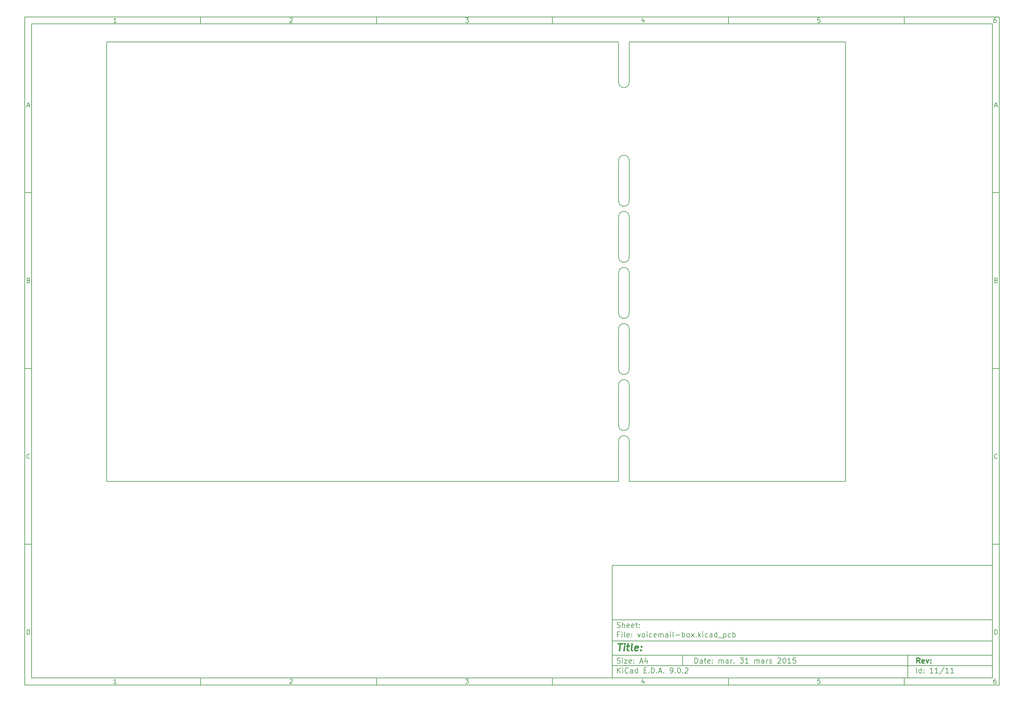
<source format=gm1>
%TF.GenerationSoftware,KiCad,Pcbnew,9.0.2*%
%TF.CreationDate,2025-05-30T11:40:46+02:00*%
%TF.ProjectId,voicemail-box,766f6963-656d-4616-996c-2d626f782e6b,rev?*%
%TF.SameCoordinates,PX5f5e100PY5f5e100*%
%TF.FileFunction,Profile,NP*%
%FSLAX45Y45*%
G04 Gerber Fmt 4.5, Leading zero omitted, Abs format (unit mm)*
G04 Created by KiCad (PCBNEW 9.0.2) date 2025-05-30 11:40:46*
%MOMM*%
%LPD*%
G01*
G04 APERTURE LIST*
%ADD10C,0.100000*%
%ADD11C,0.150000*%
%ADD12C,0.300000*%
%ADD13C,0.400000*%
%TA.AperFunction,Profile*%
%ADD14C,0.150000*%
%TD*%
G04 APERTURE END LIST*
D10*
D11*
X7700220Y-6600720D02*
X18500220Y-6600720D01*
X18500220Y-9800720D01*
X7700220Y-9800720D01*
X7700220Y-6600720D01*
D10*
D11*
X-9000000Y9000000D02*
X18700220Y9000000D01*
X18700220Y-10000720D01*
X-9000000Y-10000720D01*
X-9000000Y9000000D01*
D10*
D11*
X-8800000Y8800000D02*
X18500220Y8800000D01*
X18500220Y-9800720D01*
X-8800000Y-9800720D01*
X-8800000Y8800000D01*
D10*
D11*
X-4000000Y8800000D02*
X-4000000Y9000000D01*
D10*
D11*
X1000000Y8800000D02*
X1000000Y9000000D01*
D10*
D11*
X6000000Y8800000D02*
X6000000Y9000000D01*
D10*
D11*
X11000000Y8800000D02*
X11000000Y9000000D01*
D10*
D11*
X16000000Y8800000D02*
X16000000Y9000000D01*
D10*
D11*
X-6391084Y8840640D02*
X-6465370Y8840640D01*
X-6428227Y8840640D02*
X-6428227Y8970640D01*
X-6428227Y8970640D02*
X-6440608Y8952068D01*
X-6440608Y8952068D02*
X-6452989Y8939687D01*
X-6452989Y8939687D02*
X-6465370Y8933497D01*
D10*
D11*
X-1465370Y8958259D02*
X-1459179Y8964449D01*
X-1459179Y8964449D02*
X-1446798Y8970640D01*
X-1446798Y8970640D02*
X-1415846Y8970640D01*
X-1415846Y8970640D02*
X-1403465Y8964449D01*
X-1403465Y8964449D02*
X-1397275Y8958259D01*
X-1397275Y8958259D02*
X-1391084Y8945878D01*
X-1391084Y8945878D02*
X-1391084Y8933497D01*
X-1391084Y8933497D02*
X-1397275Y8914925D01*
X-1397275Y8914925D02*
X-1471560Y8840640D01*
X-1471560Y8840640D02*
X-1391084Y8840640D01*
D10*
D11*
X3528440Y8970640D02*
X3608916Y8970640D01*
X3608916Y8970640D02*
X3565583Y8921116D01*
X3565583Y8921116D02*
X3584154Y8921116D01*
X3584154Y8921116D02*
X3596535Y8914925D01*
X3596535Y8914925D02*
X3602725Y8908735D01*
X3602725Y8908735D02*
X3608916Y8896354D01*
X3608916Y8896354D02*
X3608916Y8865402D01*
X3608916Y8865402D02*
X3602725Y8853021D01*
X3602725Y8853021D02*
X3596535Y8846830D01*
X3596535Y8846830D02*
X3584154Y8840640D01*
X3584154Y8840640D02*
X3547011Y8840640D01*
X3547011Y8840640D02*
X3534630Y8846830D01*
X3534630Y8846830D02*
X3528440Y8853021D01*
D10*
D11*
X8596535Y8927306D02*
X8596535Y8840640D01*
X8565583Y8976830D02*
X8534630Y8883973D01*
X8534630Y8883973D02*
X8615106Y8883973D01*
D10*
D11*
X13602725Y8970640D02*
X13540821Y8970640D01*
X13540821Y8970640D02*
X13534630Y8908735D01*
X13534630Y8908735D02*
X13540821Y8914925D01*
X13540821Y8914925D02*
X13553202Y8921116D01*
X13553202Y8921116D02*
X13584154Y8921116D01*
X13584154Y8921116D02*
X13596535Y8914925D01*
X13596535Y8914925D02*
X13602725Y8908735D01*
X13602725Y8908735D02*
X13608916Y8896354D01*
X13608916Y8896354D02*
X13608916Y8865402D01*
X13608916Y8865402D02*
X13602725Y8853021D01*
X13602725Y8853021D02*
X13596535Y8846830D01*
X13596535Y8846830D02*
X13584154Y8840640D01*
X13584154Y8840640D02*
X13553202Y8840640D01*
X13553202Y8840640D02*
X13540821Y8846830D01*
X13540821Y8846830D02*
X13534630Y8853021D01*
D10*
D11*
X18596535Y8970640D02*
X18571773Y8970640D01*
X18571773Y8970640D02*
X18559392Y8964449D01*
X18559392Y8964449D02*
X18553202Y8958259D01*
X18553202Y8958259D02*
X18540821Y8939687D01*
X18540821Y8939687D02*
X18534630Y8914925D01*
X18534630Y8914925D02*
X18534630Y8865402D01*
X18534630Y8865402D02*
X18540821Y8853021D01*
X18540821Y8853021D02*
X18547011Y8846830D01*
X18547011Y8846830D02*
X18559392Y8840640D01*
X18559392Y8840640D02*
X18584154Y8840640D01*
X18584154Y8840640D02*
X18596535Y8846830D01*
X18596535Y8846830D02*
X18602726Y8853021D01*
X18602726Y8853021D02*
X18608916Y8865402D01*
X18608916Y8865402D02*
X18608916Y8896354D01*
X18608916Y8896354D02*
X18602726Y8908735D01*
X18602726Y8908735D02*
X18596535Y8914925D01*
X18596535Y8914925D02*
X18584154Y8921116D01*
X18584154Y8921116D02*
X18559392Y8921116D01*
X18559392Y8921116D02*
X18547011Y8914925D01*
X18547011Y8914925D02*
X18540821Y8908735D01*
X18540821Y8908735D02*
X18534630Y8896354D01*
D10*
D11*
X-4000000Y-9800720D02*
X-4000000Y-10000720D01*
D10*
D11*
X1000000Y-9800720D02*
X1000000Y-10000720D01*
D10*
D11*
X6000000Y-9800720D02*
X6000000Y-10000720D01*
D10*
D11*
X11000000Y-9800720D02*
X11000000Y-10000720D01*
D10*
D11*
X16000000Y-9800720D02*
X16000000Y-10000720D01*
D10*
D11*
X-6391084Y-9960080D02*
X-6465370Y-9960080D01*
X-6428227Y-9960080D02*
X-6428227Y-9830080D01*
X-6428227Y-9830080D02*
X-6440608Y-9848652D01*
X-6440608Y-9848652D02*
X-6452989Y-9861033D01*
X-6452989Y-9861033D02*
X-6465370Y-9867223D01*
D10*
D11*
X-1465370Y-9842461D02*
X-1459179Y-9836271D01*
X-1459179Y-9836271D02*
X-1446798Y-9830080D01*
X-1446798Y-9830080D02*
X-1415846Y-9830080D01*
X-1415846Y-9830080D02*
X-1403465Y-9836271D01*
X-1403465Y-9836271D02*
X-1397275Y-9842461D01*
X-1397275Y-9842461D02*
X-1391084Y-9854842D01*
X-1391084Y-9854842D02*
X-1391084Y-9867223D01*
X-1391084Y-9867223D02*
X-1397275Y-9885795D01*
X-1397275Y-9885795D02*
X-1471560Y-9960080D01*
X-1471560Y-9960080D02*
X-1391084Y-9960080D01*
D10*
D11*
X3528440Y-9830080D02*
X3608916Y-9830080D01*
X3608916Y-9830080D02*
X3565583Y-9879604D01*
X3565583Y-9879604D02*
X3584154Y-9879604D01*
X3584154Y-9879604D02*
X3596535Y-9885795D01*
X3596535Y-9885795D02*
X3602725Y-9891985D01*
X3602725Y-9891985D02*
X3608916Y-9904366D01*
X3608916Y-9904366D02*
X3608916Y-9935319D01*
X3608916Y-9935319D02*
X3602725Y-9947700D01*
X3602725Y-9947700D02*
X3596535Y-9953890D01*
X3596535Y-9953890D02*
X3584154Y-9960080D01*
X3584154Y-9960080D02*
X3547011Y-9960080D01*
X3547011Y-9960080D02*
X3534630Y-9953890D01*
X3534630Y-9953890D02*
X3528440Y-9947700D01*
D10*
D11*
X8596535Y-9873414D02*
X8596535Y-9960080D01*
X8565583Y-9823890D02*
X8534630Y-9916747D01*
X8534630Y-9916747D02*
X8615106Y-9916747D01*
D10*
D11*
X13602725Y-9830080D02*
X13540821Y-9830080D01*
X13540821Y-9830080D02*
X13534630Y-9891985D01*
X13534630Y-9891985D02*
X13540821Y-9885795D01*
X13540821Y-9885795D02*
X13553202Y-9879604D01*
X13553202Y-9879604D02*
X13584154Y-9879604D01*
X13584154Y-9879604D02*
X13596535Y-9885795D01*
X13596535Y-9885795D02*
X13602725Y-9891985D01*
X13602725Y-9891985D02*
X13608916Y-9904366D01*
X13608916Y-9904366D02*
X13608916Y-9935319D01*
X13608916Y-9935319D02*
X13602725Y-9947700D01*
X13602725Y-9947700D02*
X13596535Y-9953890D01*
X13596535Y-9953890D02*
X13584154Y-9960080D01*
X13584154Y-9960080D02*
X13553202Y-9960080D01*
X13553202Y-9960080D02*
X13540821Y-9953890D01*
X13540821Y-9953890D02*
X13534630Y-9947700D01*
D10*
D11*
X18596535Y-9830080D02*
X18571773Y-9830080D01*
X18571773Y-9830080D02*
X18559392Y-9836271D01*
X18559392Y-9836271D02*
X18553202Y-9842461D01*
X18553202Y-9842461D02*
X18540821Y-9861033D01*
X18540821Y-9861033D02*
X18534630Y-9885795D01*
X18534630Y-9885795D02*
X18534630Y-9935319D01*
X18534630Y-9935319D02*
X18540821Y-9947700D01*
X18540821Y-9947700D02*
X18547011Y-9953890D01*
X18547011Y-9953890D02*
X18559392Y-9960080D01*
X18559392Y-9960080D02*
X18584154Y-9960080D01*
X18584154Y-9960080D02*
X18596535Y-9953890D01*
X18596535Y-9953890D02*
X18602726Y-9947700D01*
X18602726Y-9947700D02*
X18608916Y-9935319D01*
X18608916Y-9935319D02*
X18608916Y-9904366D01*
X18608916Y-9904366D02*
X18602726Y-9891985D01*
X18602726Y-9891985D02*
X18596535Y-9885795D01*
X18596535Y-9885795D02*
X18584154Y-9879604D01*
X18584154Y-9879604D02*
X18559392Y-9879604D01*
X18559392Y-9879604D02*
X18547011Y-9885795D01*
X18547011Y-9885795D02*
X18540821Y-9891985D01*
X18540821Y-9891985D02*
X18534630Y-9904366D01*
D10*
D11*
X-9000000Y4000000D02*
X-8800000Y4000000D01*
D10*
D11*
X-9000000Y-1000000D02*
X-8800000Y-1000000D01*
D10*
D11*
X-9000000Y-6000000D02*
X-8800000Y-6000000D01*
D10*
D11*
X-8930952Y6477782D02*
X-8869048Y6477782D01*
X-8943333Y6440640D02*
X-8900000Y6570640D01*
X-8900000Y6570640D02*
X-8856667Y6440640D01*
D10*
D11*
X-8890714Y1508735D02*
X-8872143Y1502544D01*
X-8872143Y1502544D02*
X-8865952Y1496354D01*
X-8865952Y1496354D02*
X-8859762Y1483973D01*
X-8859762Y1483973D02*
X-8859762Y1465401D01*
X-8859762Y1465401D02*
X-8865952Y1453020D01*
X-8865952Y1453020D02*
X-8872143Y1446830D01*
X-8872143Y1446830D02*
X-8884524Y1440640D01*
X-8884524Y1440640D02*
X-8934048Y1440640D01*
X-8934048Y1440640D02*
X-8934048Y1570640D01*
X-8934048Y1570640D02*
X-8890714Y1570640D01*
X-8890714Y1570640D02*
X-8878333Y1564449D01*
X-8878333Y1564449D02*
X-8872143Y1558259D01*
X-8872143Y1558259D02*
X-8865952Y1545878D01*
X-8865952Y1545878D02*
X-8865952Y1533497D01*
X-8865952Y1533497D02*
X-8872143Y1521116D01*
X-8872143Y1521116D02*
X-8878333Y1514925D01*
X-8878333Y1514925D02*
X-8890714Y1508735D01*
X-8890714Y1508735D02*
X-8934048Y1508735D01*
D10*
D11*
X-8859762Y-3546979D02*
X-8865952Y-3553170D01*
X-8865952Y-3553170D02*
X-8884524Y-3559360D01*
X-8884524Y-3559360D02*
X-8896905Y-3559360D01*
X-8896905Y-3559360D02*
X-8915476Y-3553170D01*
X-8915476Y-3553170D02*
X-8927857Y-3540789D01*
X-8927857Y-3540789D02*
X-8934048Y-3528408D01*
X-8934048Y-3528408D02*
X-8940238Y-3503646D01*
X-8940238Y-3503646D02*
X-8940238Y-3485075D01*
X-8940238Y-3485075D02*
X-8934048Y-3460313D01*
X-8934048Y-3460313D02*
X-8927857Y-3447932D01*
X-8927857Y-3447932D02*
X-8915476Y-3435551D01*
X-8915476Y-3435551D02*
X-8896905Y-3429360D01*
X-8896905Y-3429360D02*
X-8884524Y-3429360D01*
X-8884524Y-3429360D02*
X-8865952Y-3435551D01*
X-8865952Y-3435551D02*
X-8859762Y-3441741D01*
D10*
D11*
X-8934048Y-8559360D02*
X-8934048Y-8429360D01*
X-8934048Y-8429360D02*
X-8903095Y-8429360D01*
X-8903095Y-8429360D02*
X-8884524Y-8435551D01*
X-8884524Y-8435551D02*
X-8872143Y-8447932D01*
X-8872143Y-8447932D02*
X-8865952Y-8460313D01*
X-8865952Y-8460313D02*
X-8859762Y-8485075D01*
X-8859762Y-8485075D02*
X-8859762Y-8503646D01*
X-8859762Y-8503646D02*
X-8865952Y-8528408D01*
X-8865952Y-8528408D02*
X-8872143Y-8540789D01*
X-8872143Y-8540789D02*
X-8884524Y-8553170D01*
X-8884524Y-8553170D02*
X-8903095Y-8559360D01*
X-8903095Y-8559360D02*
X-8934048Y-8559360D01*
D10*
D11*
X18700220Y4000000D02*
X18500220Y4000000D01*
D10*
D11*
X18700220Y-1000000D02*
X18500220Y-1000000D01*
D10*
D11*
X18700220Y-6000000D02*
X18500220Y-6000000D01*
D10*
D11*
X18569268Y6477782D02*
X18631172Y6477782D01*
X18556887Y6440640D02*
X18600220Y6570640D01*
X18600220Y6570640D02*
X18643553Y6440640D01*
D10*
D11*
X18609506Y1508735D02*
X18628077Y1502544D01*
X18628077Y1502544D02*
X18634268Y1496354D01*
X18634268Y1496354D02*
X18640458Y1483973D01*
X18640458Y1483973D02*
X18640458Y1465401D01*
X18640458Y1465401D02*
X18634268Y1453020D01*
X18634268Y1453020D02*
X18628077Y1446830D01*
X18628077Y1446830D02*
X18615696Y1440640D01*
X18615696Y1440640D02*
X18566172Y1440640D01*
X18566172Y1440640D02*
X18566172Y1570640D01*
X18566172Y1570640D02*
X18609506Y1570640D01*
X18609506Y1570640D02*
X18621887Y1564449D01*
X18621887Y1564449D02*
X18628077Y1558259D01*
X18628077Y1558259D02*
X18634268Y1545878D01*
X18634268Y1545878D02*
X18634268Y1533497D01*
X18634268Y1533497D02*
X18628077Y1521116D01*
X18628077Y1521116D02*
X18621887Y1514925D01*
X18621887Y1514925D02*
X18609506Y1508735D01*
X18609506Y1508735D02*
X18566172Y1508735D01*
D10*
D11*
X18640458Y-3546979D02*
X18634268Y-3553170D01*
X18634268Y-3553170D02*
X18615696Y-3559360D01*
X18615696Y-3559360D02*
X18603315Y-3559360D01*
X18603315Y-3559360D02*
X18584744Y-3553170D01*
X18584744Y-3553170D02*
X18572363Y-3540789D01*
X18572363Y-3540789D02*
X18566172Y-3528408D01*
X18566172Y-3528408D02*
X18559982Y-3503646D01*
X18559982Y-3503646D02*
X18559982Y-3485075D01*
X18559982Y-3485075D02*
X18566172Y-3460313D01*
X18566172Y-3460313D02*
X18572363Y-3447932D01*
X18572363Y-3447932D02*
X18584744Y-3435551D01*
X18584744Y-3435551D02*
X18603315Y-3429360D01*
X18603315Y-3429360D02*
X18615696Y-3429360D01*
X18615696Y-3429360D02*
X18634268Y-3435551D01*
X18634268Y-3435551D02*
X18640458Y-3441741D01*
D10*
D11*
X18566172Y-8559360D02*
X18566172Y-8429360D01*
X18566172Y-8429360D02*
X18597125Y-8429360D01*
X18597125Y-8429360D02*
X18615696Y-8435551D01*
X18615696Y-8435551D02*
X18628077Y-8447932D01*
X18628077Y-8447932D02*
X18634268Y-8460313D01*
X18634268Y-8460313D02*
X18640458Y-8485075D01*
X18640458Y-8485075D02*
X18640458Y-8503646D01*
X18640458Y-8503646D02*
X18634268Y-8528408D01*
X18634268Y-8528408D02*
X18628077Y-8540789D01*
X18628077Y-8540789D02*
X18615696Y-8553170D01*
X18615696Y-8553170D02*
X18597125Y-8559360D01*
X18597125Y-8559360D02*
X18566172Y-8559360D01*
D10*
D11*
X10045803Y-9379333D02*
X10045803Y-9229333D01*
X10045803Y-9229333D02*
X10081517Y-9229333D01*
X10081517Y-9229333D02*
X10102946Y-9236476D01*
X10102946Y-9236476D02*
X10117231Y-9250761D01*
X10117231Y-9250761D02*
X10124374Y-9265047D01*
X10124374Y-9265047D02*
X10131517Y-9293619D01*
X10131517Y-9293619D02*
X10131517Y-9315047D01*
X10131517Y-9315047D02*
X10124374Y-9343619D01*
X10124374Y-9343619D02*
X10117231Y-9357904D01*
X10117231Y-9357904D02*
X10102946Y-9372190D01*
X10102946Y-9372190D02*
X10081517Y-9379333D01*
X10081517Y-9379333D02*
X10045803Y-9379333D01*
X10260088Y-9379333D02*
X10260088Y-9300761D01*
X10260088Y-9300761D02*
X10252946Y-9286476D01*
X10252946Y-9286476D02*
X10238660Y-9279333D01*
X10238660Y-9279333D02*
X10210088Y-9279333D01*
X10210088Y-9279333D02*
X10195803Y-9286476D01*
X10260088Y-9372190D02*
X10245803Y-9379333D01*
X10245803Y-9379333D02*
X10210088Y-9379333D01*
X10210088Y-9379333D02*
X10195803Y-9372190D01*
X10195803Y-9372190D02*
X10188660Y-9357904D01*
X10188660Y-9357904D02*
X10188660Y-9343619D01*
X10188660Y-9343619D02*
X10195803Y-9329333D01*
X10195803Y-9329333D02*
X10210088Y-9322190D01*
X10210088Y-9322190D02*
X10245803Y-9322190D01*
X10245803Y-9322190D02*
X10260088Y-9315047D01*
X10310088Y-9279333D02*
X10367231Y-9279333D01*
X10331517Y-9229333D02*
X10331517Y-9357904D01*
X10331517Y-9357904D02*
X10338660Y-9372190D01*
X10338660Y-9372190D02*
X10352946Y-9379333D01*
X10352946Y-9379333D02*
X10367231Y-9379333D01*
X10474374Y-9372190D02*
X10460088Y-9379333D01*
X10460088Y-9379333D02*
X10431517Y-9379333D01*
X10431517Y-9379333D02*
X10417231Y-9372190D01*
X10417231Y-9372190D02*
X10410088Y-9357904D01*
X10410088Y-9357904D02*
X10410088Y-9300761D01*
X10410088Y-9300761D02*
X10417231Y-9286476D01*
X10417231Y-9286476D02*
X10431517Y-9279333D01*
X10431517Y-9279333D02*
X10460088Y-9279333D01*
X10460088Y-9279333D02*
X10474374Y-9286476D01*
X10474374Y-9286476D02*
X10481517Y-9300761D01*
X10481517Y-9300761D02*
X10481517Y-9315047D01*
X10481517Y-9315047D02*
X10410088Y-9329333D01*
X10545803Y-9365047D02*
X10552946Y-9372190D01*
X10552946Y-9372190D02*
X10545803Y-9379333D01*
X10545803Y-9379333D02*
X10538660Y-9372190D01*
X10538660Y-9372190D02*
X10545803Y-9365047D01*
X10545803Y-9365047D02*
X10545803Y-9379333D01*
X10545803Y-9286476D02*
X10552946Y-9293619D01*
X10552946Y-9293619D02*
X10545803Y-9300761D01*
X10545803Y-9300761D02*
X10538660Y-9293619D01*
X10538660Y-9293619D02*
X10545803Y-9286476D01*
X10545803Y-9286476D02*
X10545803Y-9300761D01*
X10731517Y-9379333D02*
X10731517Y-9279333D01*
X10731517Y-9293619D02*
X10738660Y-9286476D01*
X10738660Y-9286476D02*
X10752946Y-9279333D01*
X10752946Y-9279333D02*
X10774374Y-9279333D01*
X10774374Y-9279333D02*
X10788660Y-9286476D01*
X10788660Y-9286476D02*
X10795803Y-9300761D01*
X10795803Y-9300761D02*
X10795803Y-9379333D01*
X10795803Y-9300761D02*
X10802946Y-9286476D01*
X10802946Y-9286476D02*
X10817231Y-9279333D01*
X10817231Y-9279333D02*
X10838660Y-9279333D01*
X10838660Y-9279333D02*
X10852946Y-9286476D01*
X10852946Y-9286476D02*
X10860088Y-9300761D01*
X10860088Y-9300761D02*
X10860088Y-9379333D01*
X10995803Y-9379333D02*
X10995803Y-9300761D01*
X10995803Y-9300761D02*
X10988660Y-9286476D01*
X10988660Y-9286476D02*
X10974374Y-9279333D01*
X10974374Y-9279333D02*
X10945803Y-9279333D01*
X10945803Y-9279333D02*
X10931517Y-9286476D01*
X10995803Y-9372190D02*
X10981517Y-9379333D01*
X10981517Y-9379333D02*
X10945803Y-9379333D01*
X10945803Y-9379333D02*
X10931517Y-9372190D01*
X10931517Y-9372190D02*
X10924374Y-9357904D01*
X10924374Y-9357904D02*
X10924374Y-9343619D01*
X10924374Y-9343619D02*
X10931517Y-9329333D01*
X10931517Y-9329333D02*
X10945803Y-9322190D01*
X10945803Y-9322190D02*
X10981517Y-9322190D01*
X10981517Y-9322190D02*
X10995803Y-9315047D01*
X11067231Y-9379333D02*
X11067231Y-9279333D01*
X11067231Y-9307904D02*
X11074374Y-9293619D01*
X11074374Y-9293619D02*
X11081517Y-9286476D01*
X11081517Y-9286476D02*
X11095803Y-9279333D01*
X11095803Y-9279333D02*
X11110088Y-9279333D01*
X11160088Y-9365047D02*
X11167231Y-9372190D01*
X11167231Y-9372190D02*
X11160088Y-9379333D01*
X11160088Y-9379333D02*
X11152946Y-9372190D01*
X11152946Y-9372190D02*
X11160088Y-9365047D01*
X11160088Y-9365047D02*
X11160088Y-9379333D01*
X11331517Y-9229333D02*
X11424374Y-9229333D01*
X11424374Y-9229333D02*
X11374374Y-9286476D01*
X11374374Y-9286476D02*
X11395803Y-9286476D01*
X11395803Y-9286476D02*
X11410088Y-9293619D01*
X11410088Y-9293619D02*
X11417231Y-9300761D01*
X11417231Y-9300761D02*
X11424374Y-9315047D01*
X11424374Y-9315047D02*
X11424374Y-9350761D01*
X11424374Y-9350761D02*
X11417231Y-9365047D01*
X11417231Y-9365047D02*
X11410088Y-9372190D01*
X11410088Y-9372190D02*
X11395803Y-9379333D01*
X11395803Y-9379333D02*
X11352945Y-9379333D01*
X11352945Y-9379333D02*
X11338660Y-9372190D01*
X11338660Y-9372190D02*
X11331517Y-9365047D01*
X11567231Y-9379333D02*
X11481517Y-9379333D01*
X11524374Y-9379333D02*
X11524374Y-9229333D01*
X11524374Y-9229333D02*
X11510088Y-9250761D01*
X11510088Y-9250761D02*
X11495803Y-9265047D01*
X11495803Y-9265047D02*
X11481517Y-9272190D01*
X11745802Y-9379333D02*
X11745802Y-9279333D01*
X11745802Y-9293619D02*
X11752945Y-9286476D01*
X11752945Y-9286476D02*
X11767231Y-9279333D01*
X11767231Y-9279333D02*
X11788660Y-9279333D01*
X11788660Y-9279333D02*
X11802945Y-9286476D01*
X11802945Y-9286476D02*
X11810088Y-9300761D01*
X11810088Y-9300761D02*
X11810088Y-9379333D01*
X11810088Y-9300761D02*
X11817231Y-9286476D01*
X11817231Y-9286476D02*
X11831517Y-9279333D01*
X11831517Y-9279333D02*
X11852945Y-9279333D01*
X11852945Y-9279333D02*
X11867231Y-9286476D01*
X11867231Y-9286476D02*
X11874374Y-9300761D01*
X11874374Y-9300761D02*
X11874374Y-9379333D01*
X12010088Y-9379333D02*
X12010088Y-9300761D01*
X12010088Y-9300761D02*
X12002945Y-9286476D01*
X12002945Y-9286476D02*
X11988660Y-9279333D01*
X11988660Y-9279333D02*
X11960088Y-9279333D01*
X11960088Y-9279333D02*
X11945802Y-9286476D01*
X12010088Y-9372190D02*
X11995802Y-9379333D01*
X11995802Y-9379333D02*
X11960088Y-9379333D01*
X11960088Y-9379333D02*
X11945802Y-9372190D01*
X11945802Y-9372190D02*
X11938660Y-9357904D01*
X11938660Y-9357904D02*
X11938660Y-9343619D01*
X11938660Y-9343619D02*
X11945802Y-9329333D01*
X11945802Y-9329333D02*
X11960088Y-9322190D01*
X11960088Y-9322190D02*
X11995802Y-9322190D01*
X11995802Y-9322190D02*
X12010088Y-9315047D01*
X12081517Y-9379333D02*
X12081517Y-9279333D01*
X12081517Y-9307904D02*
X12088660Y-9293619D01*
X12088660Y-9293619D02*
X12095803Y-9286476D01*
X12095803Y-9286476D02*
X12110088Y-9279333D01*
X12110088Y-9279333D02*
X12124374Y-9279333D01*
X12167231Y-9372190D02*
X12181517Y-9379333D01*
X12181517Y-9379333D02*
X12210088Y-9379333D01*
X12210088Y-9379333D02*
X12224374Y-9372190D01*
X12224374Y-9372190D02*
X12231517Y-9357904D01*
X12231517Y-9357904D02*
X12231517Y-9350761D01*
X12231517Y-9350761D02*
X12224374Y-9336476D01*
X12224374Y-9336476D02*
X12210088Y-9329333D01*
X12210088Y-9329333D02*
X12188660Y-9329333D01*
X12188660Y-9329333D02*
X12174374Y-9322190D01*
X12174374Y-9322190D02*
X12167231Y-9307904D01*
X12167231Y-9307904D02*
X12167231Y-9300761D01*
X12167231Y-9300761D02*
X12174374Y-9286476D01*
X12174374Y-9286476D02*
X12188660Y-9279333D01*
X12188660Y-9279333D02*
X12210088Y-9279333D01*
X12210088Y-9279333D02*
X12224374Y-9286476D01*
X12402945Y-9243619D02*
X12410088Y-9236476D01*
X12410088Y-9236476D02*
X12424374Y-9229333D01*
X12424374Y-9229333D02*
X12460088Y-9229333D01*
X12460088Y-9229333D02*
X12474374Y-9236476D01*
X12474374Y-9236476D02*
X12481517Y-9243619D01*
X12481517Y-9243619D02*
X12488660Y-9257904D01*
X12488660Y-9257904D02*
X12488660Y-9272190D01*
X12488660Y-9272190D02*
X12481517Y-9293619D01*
X12481517Y-9293619D02*
X12395802Y-9379333D01*
X12395802Y-9379333D02*
X12488660Y-9379333D01*
X12581517Y-9229333D02*
X12595802Y-9229333D01*
X12595802Y-9229333D02*
X12610088Y-9236476D01*
X12610088Y-9236476D02*
X12617231Y-9243619D01*
X12617231Y-9243619D02*
X12624374Y-9257904D01*
X12624374Y-9257904D02*
X12631517Y-9286476D01*
X12631517Y-9286476D02*
X12631517Y-9322190D01*
X12631517Y-9322190D02*
X12624374Y-9350761D01*
X12624374Y-9350761D02*
X12617231Y-9365047D01*
X12617231Y-9365047D02*
X12610088Y-9372190D01*
X12610088Y-9372190D02*
X12595802Y-9379333D01*
X12595802Y-9379333D02*
X12581517Y-9379333D01*
X12581517Y-9379333D02*
X12567231Y-9372190D01*
X12567231Y-9372190D02*
X12560088Y-9365047D01*
X12560088Y-9365047D02*
X12552945Y-9350761D01*
X12552945Y-9350761D02*
X12545802Y-9322190D01*
X12545802Y-9322190D02*
X12545802Y-9286476D01*
X12545802Y-9286476D02*
X12552945Y-9257904D01*
X12552945Y-9257904D02*
X12560088Y-9243619D01*
X12560088Y-9243619D02*
X12567231Y-9236476D01*
X12567231Y-9236476D02*
X12581517Y-9229333D01*
X12774374Y-9379333D02*
X12688660Y-9379333D01*
X12731517Y-9379333D02*
X12731517Y-9229333D01*
X12731517Y-9229333D02*
X12717231Y-9250761D01*
X12717231Y-9250761D02*
X12702945Y-9265047D01*
X12702945Y-9265047D02*
X12688660Y-9272190D01*
X12910088Y-9229333D02*
X12838659Y-9229333D01*
X12838659Y-9229333D02*
X12831517Y-9300761D01*
X12831517Y-9300761D02*
X12838659Y-9293619D01*
X12838659Y-9293619D02*
X12852945Y-9286476D01*
X12852945Y-9286476D02*
X12888659Y-9286476D01*
X12888659Y-9286476D02*
X12902945Y-9293619D01*
X12902945Y-9293619D02*
X12910088Y-9300761D01*
X12910088Y-9300761D02*
X12917231Y-9315047D01*
X12917231Y-9315047D02*
X12917231Y-9350761D01*
X12917231Y-9350761D02*
X12910088Y-9365047D01*
X12910088Y-9365047D02*
X12902945Y-9372190D01*
X12902945Y-9372190D02*
X12888659Y-9379333D01*
X12888659Y-9379333D02*
X12852945Y-9379333D01*
X12852945Y-9379333D02*
X12838659Y-9372190D01*
X12838659Y-9372190D02*
X12831517Y-9365047D01*
D10*
D11*
X7700220Y-9450720D02*
X18500220Y-9450720D01*
D10*
D11*
X7845803Y-9659333D02*
X7845803Y-9509333D01*
X7931517Y-9659333D02*
X7867231Y-9573619D01*
X7931517Y-9509333D02*
X7845803Y-9595047D01*
X7995803Y-9659333D02*
X7995803Y-9559333D01*
X7995803Y-9509333D02*
X7988660Y-9516476D01*
X7988660Y-9516476D02*
X7995803Y-9523619D01*
X7995803Y-9523619D02*
X8002945Y-9516476D01*
X8002945Y-9516476D02*
X7995803Y-9509333D01*
X7995803Y-9509333D02*
X7995803Y-9523619D01*
X8152945Y-9645047D02*
X8145803Y-9652190D01*
X8145803Y-9652190D02*
X8124374Y-9659333D01*
X8124374Y-9659333D02*
X8110088Y-9659333D01*
X8110088Y-9659333D02*
X8088660Y-9652190D01*
X8088660Y-9652190D02*
X8074374Y-9637904D01*
X8074374Y-9637904D02*
X8067231Y-9623619D01*
X8067231Y-9623619D02*
X8060088Y-9595047D01*
X8060088Y-9595047D02*
X8060088Y-9573619D01*
X8060088Y-9573619D02*
X8067231Y-9545047D01*
X8067231Y-9545047D02*
X8074374Y-9530761D01*
X8074374Y-9530761D02*
X8088660Y-9516476D01*
X8088660Y-9516476D02*
X8110088Y-9509333D01*
X8110088Y-9509333D02*
X8124374Y-9509333D01*
X8124374Y-9509333D02*
X8145803Y-9516476D01*
X8145803Y-9516476D02*
X8152945Y-9523619D01*
X8281517Y-9659333D02*
X8281517Y-9580761D01*
X8281517Y-9580761D02*
X8274374Y-9566476D01*
X8274374Y-9566476D02*
X8260088Y-9559333D01*
X8260088Y-9559333D02*
X8231517Y-9559333D01*
X8231517Y-9559333D02*
X8217231Y-9566476D01*
X8281517Y-9652190D02*
X8267231Y-9659333D01*
X8267231Y-9659333D02*
X8231517Y-9659333D01*
X8231517Y-9659333D02*
X8217231Y-9652190D01*
X8217231Y-9652190D02*
X8210088Y-9637904D01*
X8210088Y-9637904D02*
X8210088Y-9623619D01*
X8210088Y-9623619D02*
X8217231Y-9609333D01*
X8217231Y-9609333D02*
X8231517Y-9602190D01*
X8231517Y-9602190D02*
X8267231Y-9602190D01*
X8267231Y-9602190D02*
X8281517Y-9595047D01*
X8417231Y-9659333D02*
X8417231Y-9509333D01*
X8417231Y-9652190D02*
X8402946Y-9659333D01*
X8402946Y-9659333D02*
X8374374Y-9659333D01*
X8374374Y-9659333D02*
X8360088Y-9652190D01*
X8360088Y-9652190D02*
X8352945Y-9645047D01*
X8352945Y-9645047D02*
X8345803Y-9630761D01*
X8345803Y-9630761D02*
X8345803Y-9587904D01*
X8345803Y-9587904D02*
X8352945Y-9573619D01*
X8352945Y-9573619D02*
X8360088Y-9566476D01*
X8360088Y-9566476D02*
X8374374Y-9559333D01*
X8374374Y-9559333D02*
X8402946Y-9559333D01*
X8402946Y-9559333D02*
X8417231Y-9566476D01*
X8602946Y-9580761D02*
X8652946Y-9580761D01*
X8674374Y-9659333D02*
X8602946Y-9659333D01*
X8602946Y-9659333D02*
X8602946Y-9509333D01*
X8602946Y-9509333D02*
X8674374Y-9509333D01*
X8738660Y-9645047D02*
X8745803Y-9652190D01*
X8745803Y-9652190D02*
X8738660Y-9659333D01*
X8738660Y-9659333D02*
X8731517Y-9652190D01*
X8731517Y-9652190D02*
X8738660Y-9645047D01*
X8738660Y-9645047D02*
X8738660Y-9659333D01*
X8810088Y-9659333D02*
X8810088Y-9509333D01*
X8810088Y-9509333D02*
X8845803Y-9509333D01*
X8845803Y-9509333D02*
X8867231Y-9516476D01*
X8867231Y-9516476D02*
X8881517Y-9530761D01*
X8881517Y-9530761D02*
X8888660Y-9545047D01*
X8888660Y-9545047D02*
X8895803Y-9573619D01*
X8895803Y-9573619D02*
X8895803Y-9595047D01*
X8895803Y-9595047D02*
X8888660Y-9623619D01*
X8888660Y-9623619D02*
X8881517Y-9637904D01*
X8881517Y-9637904D02*
X8867231Y-9652190D01*
X8867231Y-9652190D02*
X8845803Y-9659333D01*
X8845803Y-9659333D02*
X8810088Y-9659333D01*
X8960088Y-9645047D02*
X8967231Y-9652190D01*
X8967231Y-9652190D02*
X8960088Y-9659333D01*
X8960088Y-9659333D02*
X8952946Y-9652190D01*
X8952946Y-9652190D02*
X8960088Y-9645047D01*
X8960088Y-9645047D02*
X8960088Y-9659333D01*
X9024374Y-9616476D02*
X9095803Y-9616476D01*
X9010089Y-9659333D02*
X9060089Y-9509333D01*
X9060089Y-9509333D02*
X9110089Y-9659333D01*
X9160088Y-9645047D02*
X9167231Y-9652190D01*
X9167231Y-9652190D02*
X9160088Y-9659333D01*
X9160088Y-9659333D02*
X9152946Y-9652190D01*
X9152946Y-9652190D02*
X9160088Y-9645047D01*
X9160088Y-9645047D02*
X9160088Y-9659333D01*
X9352946Y-9659333D02*
X9381517Y-9659333D01*
X9381517Y-9659333D02*
X9395803Y-9652190D01*
X9395803Y-9652190D02*
X9402946Y-9645047D01*
X9402946Y-9645047D02*
X9417231Y-9623619D01*
X9417231Y-9623619D02*
X9424374Y-9595047D01*
X9424374Y-9595047D02*
X9424374Y-9537904D01*
X9424374Y-9537904D02*
X9417231Y-9523619D01*
X9417231Y-9523619D02*
X9410089Y-9516476D01*
X9410089Y-9516476D02*
X9395803Y-9509333D01*
X9395803Y-9509333D02*
X9367231Y-9509333D01*
X9367231Y-9509333D02*
X9352946Y-9516476D01*
X9352946Y-9516476D02*
X9345803Y-9523619D01*
X9345803Y-9523619D02*
X9338660Y-9537904D01*
X9338660Y-9537904D02*
X9338660Y-9573619D01*
X9338660Y-9573619D02*
X9345803Y-9587904D01*
X9345803Y-9587904D02*
X9352946Y-9595047D01*
X9352946Y-9595047D02*
X9367231Y-9602190D01*
X9367231Y-9602190D02*
X9395803Y-9602190D01*
X9395803Y-9602190D02*
X9410089Y-9595047D01*
X9410089Y-9595047D02*
X9417231Y-9587904D01*
X9417231Y-9587904D02*
X9424374Y-9573619D01*
X9488660Y-9645047D02*
X9495803Y-9652190D01*
X9495803Y-9652190D02*
X9488660Y-9659333D01*
X9488660Y-9659333D02*
X9481517Y-9652190D01*
X9481517Y-9652190D02*
X9488660Y-9645047D01*
X9488660Y-9645047D02*
X9488660Y-9659333D01*
X9588660Y-9509333D02*
X9602946Y-9509333D01*
X9602946Y-9509333D02*
X9617231Y-9516476D01*
X9617231Y-9516476D02*
X9624374Y-9523619D01*
X9624374Y-9523619D02*
X9631517Y-9537904D01*
X9631517Y-9537904D02*
X9638660Y-9566476D01*
X9638660Y-9566476D02*
X9638660Y-9602190D01*
X9638660Y-9602190D02*
X9631517Y-9630761D01*
X9631517Y-9630761D02*
X9624374Y-9645047D01*
X9624374Y-9645047D02*
X9617231Y-9652190D01*
X9617231Y-9652190D02*
X9602946Y-9659333D01*
X9602946Y-9659333D02*
X9588660Y-9659333D01*
X9588660Y-9659333D02*
X9574374Y-9652190D01*
X9574374Y-9652190D02*
X9567231Y-9645047D01*
X9567231Y-9645047D02*
X9560088Y-9630761D01*
X9560088Y-9630761D02*
X9552946Y-9602190D01*
X9552946Y-9602190D02*
X9552946Y-9566476D01*
X9552946Y-9566476D02*
X9560088Y-9537904D01*
X9560088Y-9537904D02*
X9567231Y-9523619D01*
X9567231Y-9523619D02*
X9574374Y-9516476D01*
X9574374Y-9516476D02*
X9588660Y-9509333D01*
X9702946Y-9645047D02*
X9710088Y-9652190D01*
X9710088Y-9652190D02*
X9702946Y-9659333D01*
X9702946Y-9659333D02*
X9695803Y-9652190D01*
X9695803Y-9652190D02*
X9702946Y-9645047D01*
X9702946Y-9645047D02*
X9702946Y-9659333D01*
X9767231Y-9523619D02*
X9774374Y-9516476D01*
X9774374Y-9516476D02*
X9788660Y-9509333D01*
X9788660Y-9509333D02*
X9824374Y-9509333D01*
X9824374Y-9509333D02*
X9838660Y-9516476D01*
X9838660Y-9516476D02*
X9845803Y-9523619D01*
X9845803Y-9523619D02*
X9852946Y-9537904D01*
X9852946Y-9537904D02*
X9852946Y-9552190D01*
X9852946Y-9552190D02*
X9845803Y-9573619D01*
X9845803Y-9573619D02*
X9760088Y-9659333D01*
X9760088Y-9659333D02*
X9852946Y-9659333D01*
D10*
D11*
X7700220Y-9150720D02*
X18500220Y-9150720D01*
D10*
D12*
X16441385Y-9378553D02*
X16391385Y-9307124D01*
X16355671Y-9378553D02*
X16355671Y-9228553D01*
X16355671Y-9228553D02*
X16412814Y-9228553D01*
X16412814Y-9228553D02*
X16427100Y-9235696D01*
X16427100Y-9235696D02*
X16434242Y-9242839D01*
X16434242Y-9242839D02*
X16441385Y-9257124D01*
X16441385Y-9257124D02*
X16441385Y-9278553D01*
X16441385Y-9278553D02*
X16434242Y-9292839D01*
X16434242Y-9292839D02*
X16427100Y-9299981D01*
X16427100Y-9299981D02*
X16412814Y-9307124D01*
X16412814Y-9307124D02*
X16355671Y-9307124D01*
X16562814Y-9371410D02*
X16548528Y-9378553D01*
X16548528Y-9378553D02*
X16519957Y-9378553D01*
X16519957Y-9378553D02*
X16505671Y-9371410D01*
X16505671Y-9371410D02*
X16498528Y-9357124D01*
X16498528Y-9357124D02*
X16498528Y-9299981D01*
X16498528Y-9299981D02*
X16505671Y-9285696D01*
X16505671Y-9285696D02*
X16519957Y-9278553D01*
X16519957Y-9278553D02*
X16548528Y-9278553D01*
X16548528Y-9278553D02*
X16562814Y-9285696D01*
X16562814Y-9285696D02*
X16569957Y-9299981D01*
X16569957Y-9299981D02*
X16569957Y-9314267D01*
X16569957Y-9314267D02*
X16498528Y-9328553D01*
X16619957Y-9278553D02*
X16655671Y-9378553D01*
X16655671Y-9378553D02*
X16691385Y-9278553D01*
X16748528Y-9364267D02*
X16755671Y-9371410D01*
X16755671Y-9371410D02*
X16748528Y-9378553D01*
X16748528Y-9378553D02*
X16741385Y-9371410D01*
X16741385Y-9371410D02*
X16748528Y-9364267D01*
X16748528Y-9364267D02*
X16748528Y-9378553D01*
X16748528Y-9285696D02*
X16755671Y-9292839D01*
X16755671Y-9292839D02*
X16748528Y-9299981D01*
X16748528Y-9299981D02*
X16741385Y-9292839D01*
X16741385Y-9292839D02*
X16748528Y-9285696D01*
X16748528Y-9285696D02*
X16748528Y-9299981D01*
D10*
D11*
X7838660Y-9372190D02*
X7860088Y-9379333D01*
X7860088Y-9379333D02*
X7895803Y-9379333D01*
X7895803Y-9379333D02*
X7910088Y-9372190D01*
X7910088Y-9372190D02*
X7917231Y-9365047D01*
X7917231Y-9365047D02*
X7924374Y-9350761D01*
X7924374Y-9350761D02*
X7924374Y-9336476D01*
X7924374Y-9336476D02*
X7917231Y-9322190D01*
X7917231Y-9322190D02*
X7910088Y-9315047D01*
X7910088Y-9315047D02*
X7895803Y-9307904D01*
X7895803Y-9307904D02*
X7867231Y-9300761D01*
X7867231Y-9300761D02*
X7852945Y-9293619D01*
X7852945Y-9293619D02*
X7845803Y-9286476D01*
X7845803Y-9286476D02*
X7838660Y-9272190D01*
X7838660Y-9272190D02*
X7838660Y-9257904D01*
X7838660Y-9257904D02*
X7845803Y-9243619D01*
X7845803Y-9243619D02*
X7852945Y-9236476D01*
X7852945Y-9236476D02*
X7867231Y-9229333D01*
X7867231Y-9229333D02*
X7902945Y-9229333D01*
X7902945Y-9229333D02*
X7924374Y-9236476D01*
X7988660Y-9379333D02*
X7988660Y-9279333D01*
X7988660Y-9229333D02*
X7981517Y-9236476D01*
X7981517Y-9236476D02*
X7988660Y-9243619D01*
X7988660Y-9243619D02*
X7995803Y-9236476D01*
X7995803Y-9236476D02*
X7988660Y-9229333D01*
X7988660Y-9229333D02*
X7988660Y-9243619D01*
X8045803Y-9279333D02*
X8124374Y-9279333D01*
X8124374Y-9279333D02*
X8045803Y-9379333D01*
X8045803Y-9379333D02*
X8124374Y-9379333D01*
X8238660Y-9372190D02*
X8224374Y-9379333D01*
X8224374Y-9379333D02*
X8195803Y-9379333D01*
X8195803Y-9379333D02*
X8181517Y-9372190D01*
X8181517Y-9372190D02*
X8174374Y-9357904D01*
X8174374Y-9357904D02*
X8174374Y-9300761D01*
X8174374Y-9300761D02*
X8181517Y-9286476D01*
X8181517Y-9286476D02*
X8195803Y-9279333D01*
X8195803Y-9279333D02*
X8224374Y-9279333D01*
X8224374Y-9279333D02*
X8238660Y-9286476D01*
X8238660Y-9286476D02*
X8245803Y-9300761D01*
X8245803Y-9300761D02*
X8245803Y-9315047D01*
X8245803Y-9315047D02*
X8174374Y-9329333D01*
X8310088Y-9365047D02*
X8317231Y-9372190D01*
X8317231Y-9372190D02*
X8310088Y-9379333D01*
X8310088Y-9379333D02*
X8302945Y-9372190D01*
X8302945Y-9372190D02*
X8310088Y-9365047D01*
X8310088Y-9365047D02*
X8310088Y-9379333D01*
X8310088Y-9286476D02*
X8317231Y-9293619D01*
X8317231Y-9293619D02*
X8310088Y-9300761D01*
X8310088Y-9300761D02*
X8302945Y-9293619D01*
X8302945Y-9293619D02*
X8310088Y-9286476D01*
X8310088Y-9286476D02*
X8310088Y-9300761D01*
X8488660Y-9336476D02*
X8560088Y-9336476D01*
X8474374Y-9379333D02*
X8524374Y-9229333D01*
X8524374Y-9229333D02*
X8574374Y-9379333D01*
X8688660Y-9279333D02*
X8688660Y-9379333D01*
X8652946Y-9222190D02*
X8617231Y-9329333D01*
X8617231Y-9329333D02*
X8710088Y-9329333D01*
D10*
D11*
X16345803Y-9659333D02*
X16345803Y-9509333D01*
X16481517Y-9659333D02*
X16481517Y-9509333D01*
X16481517Y-9652190D02*
X16467231Y-9659333D01*
X16467231Y-9659333D02*
X16438660Y-9659333D01*
X16438660Y-9659333D02*
X16424374Y-9652190D01*
X16424374Y-9652190D02*
X16417231Y-9645047D01*
X16417231Y-9645047D02*
X16410088Y-9630761D01*
X16410088Y-9630761D02*
X16410088Y-9587904D01*
X16410088Y-9587904D02*
X16417231Y-9573619D01*
X16417231Y-9573619D02*
X16424374Y-9566476D01*
X16424374Y-9566476D02*
X16438660Y-9559333D01*
X16438660Y-9559333D02*
X16467231Y-9559333D01*
X16467231Y-9559333D02*
X16481517Y-9566476D01*
X16552945Y-9645047D02*
X16560088Y-9652190D01*
X16560088Y-9652190D02*
X16552945Y-9659333D01*
X16552945Y-9659333D02*
X16545803Y-9652190D01*
X16545803Y-9652190D02*
X16552945Y-9645047D01*
X16552945Y-9645047D02*
X16552945Y-9659333D01*
X16552945Y-9566476D02*
X16560088Y-9573619D01*
X16560088Y-9573619D02*
X16552945Y-9580761D01*
X16552945Y-9580761D02*
X16545803Y-9573619D01*
X16545803Y-9573619D02*
X16552945Y-9566476D01*
X16552945Y-9566476D02*
X16552945Y-9580761D01*
X16817231Y-9659333D02*
X16731517Y-9659333D01*
X16774374Y-9659333D02*
X16774374Y-9509333D01*
X16774374Y-9509333D02*
X16760088Y-9530761D01*
X16760088Y-9530761D02*
X16745803Y-9545047D01*
X16745803Y-9545047D02*
X16731517Y-9552190D01*
X16960088Y-9659333D02*
X16874374Y-9659333D01*
X16917231Y-9659333D02*
X16917231Y-9509333D01*
X16917231Y-9509333D02*
X16902946Y-9530761D01*
X16902946Y-9530761D02*
X16888660Y-9545047D01*
X16888660Y-9545047D02*
X16874374Y-9552190D01*
X17131517Y-9502190D02*
X17002946Y-9695047D01*
X17260088Y-9659333D02*
X17174374Y-9659333D01*
X17217231Y-9659333D02*
X17217231Y-9509333D01*
X17217231Y-9509333D02*
X17202946Y-9530761D01*
X17202946Y-9530761D02*
X17188660Y-9545047D01*
X17188660Y-9545047D02*
X17174374Y-9552190D01*
X17402946Y-9659333D02*
X17317231Y-9659333D01*
X17360088Y-9659333D02*
X17360088Y-9509333D01*
X17360088Y-9509333D02*
X17345803Y-9530761D01*
X17345803Y-9530761D02*
X17331517Y-9545047D01*
X17331517Y-9545047D02*
X17317231Y-9552190D01*
D10*
D11*
X7700220Y-8750720D02*
X18500220Y-8750720D01*
D10*
D13*
X7869393Y-8821164D02*
X7983678Y-8821164D01*
X7901536Y-9021164D02*
X7926536Y-8821164D01*
X8025345Y-9021164D02*
X8042012Y-8887830D01*
X8050345Y-8821164D02*
X8039631Y-8830688D01*
X8039631Y-8830688D02*
X8047964Y-8840211D01*
X8047964Y-8840211D02*
X8058679Y-8830688D01*
X8058679Y-8830688D02*
X8050345Y-8821164D01*
X8050345Y-8821164D02*
X8047964Y-8840211D01*
X8108679Y-8887830D02*
X8184869Y-8887830D01*
X8145583Y-8821164D02*
X8124155Y-8992592D01*
X8124155Y-8992592D02*
X8131298Y-9011640D01*
X8131298Y-9011640D02*
X8149155Y-9021164D01*
X8149155Y-9021164D02*
X8168202Y-9021164D01*
X8263440Y-9021164D02*
X8245583Y-9011640D01*
X8245583Y-9011640D02*
X8238440Y-8992592D01*
X8238440Y-8992592D02*
X8259869Y-8821164D01*
X8417012Y-9011640D02*
X8396774Y-9021164D01*
X8396774Y-9021164D02*
X8358678Y-9021164D01*
X8358678Y-9021164D02*
X8340821Y-9011640D01*
X8340821Y-9011640D02*
X8333678Y-8992592D01*
X8333678Y-8992592D02*
X8343202Y-8916402D01*
X8343202Y-8916402D02*
X8355107Y-8897354D01*
X8355107Y-8897354D02*
X8375345Y-8887830D01*
X8375345Y-8887830D02*
X8413440Y-8887830D01*
X8413440Y-8887830D02*
X8431298Y-8897354D01*
X8431298Y-8897354D02*
X8438440Y-8916402D01*
X8438440Y-8916402D02*
X8436060Y-8935450D01*
X8436060Y-8935450D02*
X8338440Y-8954497D01*
X8513441Y-9002116D02*
X8521774Y-9011640D01*
X8521774Y-9011640D02*
X8511060Y-9021164D01*
X8511060Y-9021164D02*
X8502726Y-9011640D01*
X8502726Y-9011640D02*
X8513441Y-9002116D01*
X8513441Y-9002116D02*
X8511060Y-9021164D01*
X8526536Y-8897354D02*
X8534869Y-8906878D01*
X8534869Y-8906878D02*
X8524155Y-8916402D01*
X8524155Y-8916402D02*
X8515821Y-8906878D01*
X8515821Y-8906878D02*
X8526536Y-8897354D01*
X8526536Y-8897354D02*
X8524155Y-8916402D01*
D10*
D11*
X7895803Y-8560761D02*
X7845803Y-8560761D01*
X7845803Y-8639333D02*
X7845803Y-8489333D01*
X7845803Y-8489333D02*
X7917231Y-8489333D01*
X7974374Y-8639333D02*
X7974374Y-8539333D01*
X7974374Y-8489333D02*
X7967231Y-8496476D01*
X7967231Y-8496476D02*
X7974374Y-8503619D01*
X7974374Y-8503619D02*
X7981517Y-8496476D01*
X7981517Y-8496476D02*
X7974374Y-8489333D01*
X7974374Y-8489333D02*
X7974374Y-8503619D01*
X8067231Y-8639333D02*
X8052945Y-8632190D01*
X8052945Y-8632190D02*
X8045803Y-8617904D01*
X8045803Y-8617904D02*
X8045803Y-8489333D01*
X8181517Y-8632190D02*
X8167231Y-8639333D01*
X8167231Y-8639333D02*
X8138660Y-8639333D01*
X8138660Y-8639333D02*
X8124374Y-8632190D01*
X8124374Y-8632190D02*
X8117231Y-8617904D01*
X8117231Y-8617904D02*
X8117231Y-8560761D01*
X8117231Y-8560761D02*
X8124374Y-8546476D01*
X8124374Y-8546476D02*
X8138660Y-8539333D01*
X8138660Y-8539333D02*
X8167231Y-8539333D01*
X8167231Y-8539333D02*
X8181517Y-8546476D01*
X8181517Y-8546476D02*
X8188660Y-8560761D01*
X8188660Y-8560761D02*
X8188660Y-8575047D01*
X8188660Y-8575047D02*
X8117231Y-8589333D01*
X8252945Y-8625047D02*
X8260088Y-8632190D01*
X8260088Y-8632190D02*
X8252945Y-8639333D01*
X8252945Y-8639333D02*
X8245803Y-8632190D01*
X8245803Y-8632190D02*
X8252945Y-8625047D01*
X8252945Y-8625047D02*
X8252945Y-8639333D01*
X8252945Y-8546476D02*
X8260088Y-8553619D01*
X8260088Y-8553619D02*
X8252945Y-8560761D01*
X8252945Y-8560761D02*
X8245803Y-8553619D01*
X8245803Y-8553619D02*
X8252945Y-8546476D01*
X8252945Y-8546476D02*
X8252945Y-8560761D01*
X8424374Y-8539333D02*
X8460088Y-8639333D01*
X8460088Y-8639333D02*
X8495803Y-8539333D01*
X8574374Y-8639333D02*
X8560088Y-8632190D01*
X8560088Y-8632190D02*
X8552945Y-8625047D01*
X8552945Y-8625047D02*
X8545803Y-8610761D01*
X8545803Y-8610761D02*
X8545803Y-8567904D01*
X8545803Y-8567904D02*
X8552945Y-8553619D01*
X8552945Y-8553619D02*
X8560088Y-8546476D01*
X8560088Y-8546476D02*
X8574374Y-8539333D01*
X8574374Y-8539333D02*
X8595803Y-8539333D01*
X8595803Y-8539333D02*
X8610088Y-8546476D01*
X8610088Y-8546476D02*
X8617231Y-8553619D01*
X8617231Y-8553619D02*
X8624374Y-8567904D01*
X8624374Y-8567904D02*
X8624374Y-8610761D01*
X8624374Y-8610761D02*
X8617231Y-8625047D01*
X8617231Y-8625047D02*
X8610088Y-8632190D01*
X8610088Y-8632190D02*
X8595803Y-8639333D01*
X8595803Y-8639333D02*
X8574374Y-8639333D01*
X8688660Y-8639333D02*
X8688660Y-8539333D01*
X8688660Y-8489333D02*
X8681517Y-8496476D01*
X8681517Y-8496476D02*
X8688660Y-8503619D01*
X8688660Y-8503619D02*
X8695803Y-8496476D01*
X8695803Y-8496476D02*
X8688660Y-8489333D01*
X8688660Y-8489333D02*
X8688660Y-8503619D01*
X8824374Y-8632190D02*
X8810088Y-8639333D01*
X8810088Y-8639333D02*
X8781517Y-8639333D01*
X8781517Y-8639333D02*
X8767231Y-8632190D01*
X8767231Y-8632190D02*
X8760088Y-8625047D01*
X8760088Y-8625047D02*
X8752946Y-8610761D01*
X8752946Y-8610761D02*
X8752946Y-8567904D01*
X8752946Y-8567904D02*
X8760088Y-8553619D01*
X8760088Y-8553619D02*
X8767231Y-8546476D01*
X8767231Y-8546476D02*
X8781517Y-8539333D01*
X8781517Y-8539333D02*
X8810088Y-8539333D01*
X8810088Y-8539333D02*
X8824374Y-8546476D01*
X8945803Y-8632190D02*
X8931517Y-8639333D01*
X8931517Y-8639333D02*
X8902946Y-8639333D01*
X8902946Y-8639333D02*
X8888660Y-8632190D01*
X8888660Y-8632190D02*
X8881517Y-8617904D01*
X8881517Y-8617904D02*
X8881517Y-8560761D01*
X8881517Y-8560761D02*
X8888660Y-8546476D01*
X8888660Y-8546476D02*
X8902946Y-8539333D01*
X8902946Y-8539333D02*
X8931517Y-8539333D01*
X8931517Y-8539333D02*
X8945803Y-8546476D01*
X8945803Y-8546476D02*
X8952946Y-8560761D01*
X8952946Y-8560761D02*
X8952946Y-8575047D01*
X8952946Y-8575047D02*
X8881517Y-8589333D01*
X9017231Y-8639333D02*
X9017231Y-8539333D01*
X9017231Y-8553619D02*
X9024374Y-8546476D01*
X9024374Y-8546476D02*
X9038660Y-8539333D01*
X9038660Y-8539333D02*
X9060088Y-8539333D01*
X9060088Y-8539333D02*
X9074374Y-8546476D01*
X9074374Y-8546476D02*
X9081517Y-8560761D01*
X9081517Y-8560761D02*
X9081517Y-8639333D01*
X9081517Y-8560761D02*
X9088660Y-8546476D01*
X9088660Y-8546476D02*
X9102945Y-8539333D01*
X9102945Y-8539333D02*
X9124374Y-8539333D01*
X9124374Y-8539333D02*
X9138660Y-8546476D01*
X9138660Y-8546476D02*
X9145803Y-8560761D01*
X9145803Y-8560761D02*
X9145803Y-8639333D01*
X9281517Y-8639333D02*
X9281517Y-8560761D01*
X9281517Y-8560761D02*
X9274374Y-8546476D01*
X9274374Y-8546476D02*
X9260088Y-8539333D01*
X9260088Y-8539333D02*
X9231517Y-8539333D01*
X9231517Y-8539333D02*
X9217231Y-8546476D01*
X9281517Y-8632190D02*
X9267231Y-8639333D01*
X9267231Y-8639333D02*
X9231517Y-8639333D01*
X9231517Y-8639333D02*
X9217231Y-8632190D01*
X9217231Y-8632190D02*
X9210088Y-8617904D01*
X9210088Y-8617904D02*
X9210088Y-8603619D01*
X9210088Y-8603619D02*
X9217231Y-8589333D01*
X9217231Y-8589333D02*
X9231517Y-8582190D01*
X9231517Y-8582190D02*
X9267231Y-8582190D01*
X9267231Y-8582190D02*
X9281517Y-8575047D01*
X9352945Y-8639333D02*
X9352945Y-8539333D01*
X9352945Y-8489333D02*
X9345803Y-8496476D01*
X9345803Y-8496476D02*
X9352945Y-8503619D01*
X9352945Y-8503619D02*
X9360088Y-8496476D01*
X9360088Y-8496476D02*
X9352945Y-8489333D01*
X9352945Y-8489333D02*
X9352945Y-8503619D01*
X9445803Y-8639333D02*
X9431517Y-8632190D01*
X9431517Y-8632190D02*
X9424374Y-8617904D01*
X9424374Y-8617904D02*
X9424374Y-8489333D01*
X9502945Y-8582190D02*
X9617231Y-8582190D01*
X9688660Y-8639333D02*
X9688660Y-8489333D01*
X9688660Y-8546476D02*
X9702946Y-8539333D01*
X9702946Y-8539333D02*
X9731517Y-8539333D01*
X9731517Y-8539333D02*
X9745803Y-8546476D01*
X9745803Y-8546476D02*
X9752946Y-8553619D01*
X9752946Y-8553619D02*
X9760088Y-8567904D01*
X9760088Y-8567904D02*
X9760088Y-8610761D01*
X9760088Y-8610761D02*
X9752946Y-8625047D01*
X9752946Y-8625047D02*
X9745803Y-8632190D01*
X9745803Y-8632190D02*
X9731517Y-8639333D01*
X9731517Y-8639333D02*
X9702946Y-8639333D01*
X9702946Y-8639333D02*
X9688660Y-8632190D01*
X9845803Y-8639333D02*
X9831517Y-8632190D01*
X9831517Y-8632190D02*
X9824374Y-8625047D01*
X9824374Y-8625047D02*
X9817231Y-8610761D01*
X9817231Y-8610761D02*
X9817231Y-8567904D01*
X9817231Y-8567904D02*
X9824374Y-8553619D01*
X9824374Y-8553619D02*
X9831517Y-8546476D01*
X9831517Y-8546476D02*
X9845803Y-8539333D01*
X9845803Y-8539333D02*
X9867231Y-8539333D01*
X9867231Y-8539333D02*
X9881517Y-8546476D01*
X9881517Y-8546476D02*
X9888660Y-8553619D01*
X9888660Y-8553619D02*
X9895803Y-8567904D01*
X9895803Y-8567904D02*
X9895803Y-8610761D01*
X9895803Y-8610761D02*
X9888660Y-8625047D01*
X9888660Y-8625047D02*
X9881517Y-8632190D01*
X9881517Y-8632190D02*
X9867231Y-8639333D01*
X9867231Y-8639333D02*
X9845803Y-8639333D01*
X9945803Y-8639333D02*
X10024374Y-8539333D01*
X9945803Y-8539333D02*
X10024374Y-8639333D01*
X10081517Y-8625047D02*
X10088660Y-8632190D01*
X10088660Y-8632190D02*
X10081517Y-8639333D01*
X10081517Y-8639333D02*
X10074374Y-8632190D01*
X10074374Y-8632190D02*
X10081517Y-8625047D01*
X10081517Y-8625047D02*
X10081517Y-8639333D01*
X10152946Y-8639333D02*
X10152946Y-8489333D01*
X10167231Y-8582190D02*
X10210088Y-8639333D01*
X10210088Y-8539333D02*
X10152946Y-8596476D01*
X10274374Y-8639333D02*
X10274374Y-8539333D01*
X10274374Y-8489333D02*
X10267231Y-8496476D01*
X10267231Y-8496476D02*
X10274374Y-8503619D01*
X10274374Y-8503619D02*
X10281517Y-8496476D01*
X10281517Y-8496476D02*
X10274374Y-8489333D01*
X10274374Y-8489333D02*
X10274374Y-8503619D01*
X10410089Y-8632190D02*
X10395803Y-8639333D01*
X10395803Y-8639333D02*
X10367231Y-8639333D01*
X10367231Y-8639333D02*
X10352946Y-8632190D01*
X10352946Y-8632190D02*
X10345803Y-8625047D01*
X10345803Y-8625047D02*
X10338660Y-8610761D01*
X10338660Y-8610761D02*
X10338660Y-8567904D01*
X10338660Y-8567904D02*
X10345803Y-8553619D01*
X10345803Y-8553619D02*
X10352946Y-8546476D01*
X10352946Y-8546476D02*
X10367231Y-8539333D01*
X10367231Y-8539333D02*
X10395803Y-8539333D01*
X10395803Y-8539333D02*
X10410089Y-8546476D01*
X10538660Y-8639333D02*
X10538660Y-8560761D01*
X10538660Y-8560761D02*
X10531517Y-8546476D01*
X10531517Y-8546476D02*
X10517231Y-8539333D01*
X10517231Y-8539333D02*
X10488660Y-8539333D01*
X10488660Y-8539333D02*
X10474374Y-8546476D01*
X10538660Y-8632190D02*
X10524374Y-8639333D01*
X10524374Y-8639333D02*
X10488660Y-8639333D01*
X10488660Y-8639333D02*
X10474374Y-8632190D01*
X10474374Y-8632190D02*
X10467231Y-8617904D01*
X10467231Y-8617904D02*
X10467231Y-8603619D01*
X10467231Y-8603619D02*
X10474374Y-8589333D01*
X10474374Y-8589333D02*
X10488660Y-8582190D01*
X10488660Y-8582190D02*
X10524374Y-8582190D01*
X10524374Y-8582190D02*
X10538660Y-8575047D01*
X10674374Y-8639333D02*
X10674374Y-8489333D01*
X10674374Y-8632190D02*
X10660088Y-8639333D01*
X10660088Y-8639333D02*
X10631517Y-8639333D01*
X10631517Y-8639333D02*
X10617231Y-8632190D01*
X10617231Y-8632190D02*
X10610088Y-8625047D01*
X10610088Y-8625047D02*
X10602946Y-8610761D01*
X10602946Y-8610761D02*
X10602946Y-8567904D01*
X10602946Y-8567904D02*
X10610088Y-8553619D01*
X10610088Y-8553619D02*
X10617231Y-8546476D01*
X10617231Y-8546476D02*
X10631517Y-8539333D01*
X10631517Y-8539333D02*
X10660088Y-8539333D01*
X10660088Y-8539333D02*
X10674374Y-8546476D01*
X10710089Y-8653619D02*
X10824374Y-8653619D01*
X10860088Y-8539333D02*
X10860088Y-8689333D01*
X10860088Y-8546476D02*
X10874374Y-8539333D01*
X10874374Y-8539333D02*
X10902946Y-8539333D01*
X10902946Y-8539333D02*
X10917231Y-8546476D01*
X10917231Y-8546476D02*
X10924374Y-8553619D01*
X10924374Y-8553619D02*
X10931517Y-8567904D01*
X10931517Y-8567904D02*
X10931517Y-8610761D01*
X10931517Y-8610761D02*
X10924374Y-8625047D01*
X10924374Y-8625047D02*
X10917231Y-8632190D01*
X10917231Y-8632190D02*
X10902946Y-8639333D01*
X10902946Y-8639333D02*
X10874374Y-8639333D01*
X10874374Y-8639333D02*
X10860088Y-8632190D01*
X11060089Y-8632190D02*
X11045803Y-8639333D01*
X11045803Y-8639333D02*
X11017231Y-8639333D01*
X11017231Y-8639333D02*
X11002946Y-8632190D01*
X11002946Y-8632190D02*
X10995803Y-8625047D01*
X10995803Y-8625047D02*
X10988660Y-8610761D01*
X10988660Y-8610761D02*
X10988660Y-8567904D01*
X10988660Y-8567904D02*
X10995803Y-8553619D01*
X10995803Y-8553619D02*
X11002946Y-8546476D01*
X11002946Y-8546476D02*
X11017231Y-8539333D01*
X11017231Y-8539333D02*
X11045803Y-8539333D01*
X11045803Y-8539333D02*
X11060089Y-8546476D01*
X11124374Y-8639333D02*
X11124374Y-8489333D01*
X11124374Y-8546476D02*
X11138660Y-8539333D01*
X11138660Y-8539333D02*
X11167231Y-8539333D01*
X11167231Y-8539333D02*
X11181517Y-8546476D01*
X11181517Y-8546476D02*
X11188660Y-8553619D01*
X11188660Y-8553619D02*
X11195803Y-8567904D01*
X11195803Y-8567904D02*
X11195803Y-8610761D01*
X11195803Y-8610761D02*
X11188660Y-8625047D01*
X11188660Y-8625047D02*
X11181517Y-8632190D01*
X11181517Y-8632190D02*
X11167231Y-8639333D01*
X11167231Y-8639333D02*
X11138660Y-8639333D01*
X11138660Y-8639333D02*
X11124374Y-8632190D01*
D10*
D11*
X7700220Y-8150720D02*
X18500220Y-8150720D01*
D10*
D11*
X7838660Y-8362190D02*
X7860088Y-8369333D01*
X7860088Y-8369333D02*
X7895803Y-8369333D01*
X7895803Y-8369333D02*
X7910088Y-8362190D01*
X7910088Y-8362190D02*
X7917231Y-8355047D01*
X7917231Y-8355047D02*
X7924374Y-8340761D01*
X7924374Y-8340761D02*
X7924374Y-8326476D01*
X7924374Y-8326476D02*
X7917231Y-8312190D01*
X7917231Y-8312190D02*
X7910088Y-8305047D01*
X7910088Y-8305047D02*
X7895803Y-8297904D01*
X7895803Y-8297904D02*
X7867231Y-8290761D01*
X7867231Y-8290761D02*
X7852945Y-8283618D01*
X7852945Y-8283618D02*
X7845803Y-8276476D01*
X7845803Y-8276476D02*
X7838660Y-8262190D01*
X7838660Y-8262190D02*
X7838660Y-8247904D01*
X7838660Y-8247904D02*
X7845803Y-8233618D01*
X7845803Y-8233618D02*
X7852945Y-8226476D01*
X7852945Y-8226476D02*
X7867231Y-8219333D01*
X7867231Y-8219333D02*
X7902945Y-8219333D01*
X7902945Y-8219333D02*
X7924374Y-8226476D01*
X7988660Y-8369333D02*
X7988660Y-8219333D01*
X8052945Y-8369333D02*
X8052945Y-8290761D01*
X8052945Y-8290761D02*
X8045803Y-8276476D01*
X8045803Y-8276476D02*
X8031517Y-8269333D01*
X8031517Y-8269333D02*
X8010088Y-8269333D01*
X8010088Y-8269333D02*
X7995803Y-8276476D01*
X7995803Y-8276476D02*
X7988660Y-8283618D01*
X8181517Y-8362190D02*
X8167231Y-8369333D01*
X8167231Y-8369333D02*
X8138660Y-8369333D01*
X8138660Y-8369333D02*
X8124374Y-8362190D01*
X8124374Y-8362190D02*
X8117231Y-8347904D01*
X8117231Y-8347904D02*
X8117231Y-8290761D01*
X8117231Y-8290761D02*
X8124374Y-8276476D01*
X8124374Y-8276476D02*
X8138660Y-8269333D01*
X8138660Y-8269333D02*
X8167231Y-8269333D01*
X8167231Y-8269333D02*
X8181517Y-8276476D01*
X8181517Y-8276476D02*
X8188660Y-8290761D01*
X8188660Y-8290761D02*
X8188660Y-8305047D01*
X8188660Y-8305047D02*
X8117231Y-8319333D01*
X8310088Y-8362190D02*
X8295803Y-8369333D01*
X8295803Y-8369333D02*
X8267231Y-8369333D01*
X8267231Y-8369333D02*
X8252945Y-8362190D01*
X8252945Y-8362190D02*
X8245803Y-8347904D01*
X8245803Y-8347904D02*
X8245803Y-8290761D01*
X8245803Y-8290761D02*
X8252945Y-8276476D01*
X8252945Y-8276476D02*
X8267231Y-8269333D01*
X8267231Y-8269333D02*
X8295803Y-8269333D01*
X8295803Y-8269333D02*
X8310088Y-8276476D01*
X8310088Y-8276476D02*
X8317231Y-8290761D01*
X8317231Y-8290761D02*
X8317231Y-8305047D01*
X8317231Y-8305047D02*
X8245803Y-8319333D01*
X8360088Y-8269333D02*
X8417231Y-8269333D01*
X8381517Y-8219333D02*
X8381517Y-8347904D01*
X8381517Y-8347904D02*
X8388660Y-8362190D01*
X8388660Y-8362190D02*
X8402945Y-8369333D01*
X8402945Y-8369333D02*
X8417231Y-8369333D01*
X8467231Y-8355047D02*
X8474374Y-8362190D01*
X8474374Y-8362190D02*
X8467231Y-8369333D01*
X8467231Y-8369333D02*
X8460088Y-8362190D01*
X8460088Y-8362190D02*
X8467231Y-8355047D01*
X8467231Y-8355047D02*
X8467231Y-8369333D01*
X8467231Y-8276476D02*
X8474374Y-8283618D01*
X8474374Y-8283618D02*
X8467231Y-8290761D01*
X8467231Y-8290761D02*
X8460088Y-8283618D01*
X8460088Y-8283618D02*
X8467231Y-8276476D01*
X8467231Y-8276476D02*
X8467231Y-8290761D01*
D10*
D11*
X9700220Y-9150720D02*
X9700220Y-9450720D01*
D10*
D11*
X16100220Y-9150720D02*
X16100220Y-9800720D01*
D14*
X7880000Y-3060000D02*
G75*
G02*
X8180000Y-3060000I150000J0D01*
G01*
X8180000Y7140000D02*
X8180000Y8290000D01*
X7880000Y130000D02*
G75*
G02*
X8180000Y130000I150000J0D01*
G01*
X-6670000Y8290000D02*
X7880000Y8290000D01*
X7880000Y1725000D02*
G75*
G02*
X8180000Y1725000I150000J0D01*
G01*
X8180000Y7140000D02*
G75*
G02*
X7880000Y7140000I-150000J0D01*
G01*
X7880000Y2170000D02*
X7880000Y3320000D01*
X8180000Y-4210000D02*
X14330000Y-4210000D01*
X8180000Y575000D02*
G75*
G02*
X7880000Y575000I-150000J0D01*
G01*
X8180000Y3765000D02*
G75*
G02*
X7880000Y3765000I-150000J0D01*
G01*
X7880000Y575000D02*
X7880000Y1725000D01*
X7880000Y3765000D02*
X7880000Y4915000D01*
X7880000Y7140000D02*
X7880000Y8290000D01*
X8180000Y-2615000D02*
X8180000Y-1465000D01*
X7880000Y-1465000D02*
G75*
G02*
X8180000Y-1465000I150000J0D01*
G01*
X7880000Y3320000D02*
G75*
G02*
X8180000Y3320000I150000J0D01*
G01*
X8180000Y3765000D02*
X8180000Y4915000D01*
X7880000Y-1020000D02*
X7880000Y130000D01*
X8180000Y-3060000D02*
X8180000Y-4210000D01*
X8180000Y2170000D02*
G75*
G02*
X7880000Y2170000I-150000J0D01*
G01*
X8180000Y575000D02*
X8180000Y1725000D01*
X-6670000Y-4210000D02*
X-6670000Y8290000D01*
X7880000Y4915000D02*
G75*
G02*
X8180000Y4915000I150000J0D01*
G01*
X7880000Y-2615000D02*
X7880000Y-1465000D01*
X-6670000Y-4210000D02*
X7880000Y-4210000D01*
X14330000Y-4210000D02*
X14330000Y8290000D01*
X8180000Y-1020000D02*
X8180000Y130000D01*
X7880000Y-3060000D02*
X7880000Y-4210000D01*
X8180000Y-1020000D02*
G75*
G02*
X7880000Y-1020000I-150000J0D01*
G01*
X8180000Y2170000D02*
X8180000Y3320000D01*
X8180000Y8290000D02*
X14330000Y8290000D01*
X8180000Y-2615000D02*
G75*
G02*
X7880000Y-2615000I-150000J0D01*
G01*
M02*

</source>
